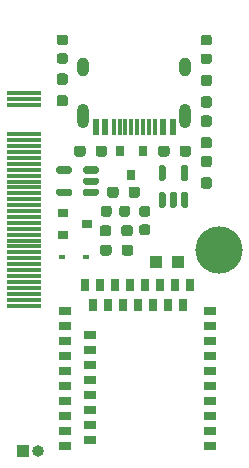
<source format=gbr>
%TF.GenerationSoftware,KiCad,Pcbnew,(5.1.8-0-10_14)*%
%TF.CreationDate,2020-11-22T12:38:21-07:00*%
%TF.ProjectId,Ellow,456c6c6f-772e-46b6-9963-61645f706362,rev?*%
%TF.SameCoordinates,Original*%
%TF.FileFunction,Copper,L1,Top*%
%TF.FilePolarity,Positive*%
%FSLAX46Y46*%
G04 Gerber Fmt 4.6, Leading zero omitted, Abs format (unit mm)*
G04 Created by KiCad (PCBNEW (5.1.8-0-10_14)) date 2020-11-22 12:38:21*
%MOMM*%
%LPD*%
G01*
G04 APERTURE LIST*
%TA.AperFunction,ComponentPad*%
%ADD10O,1.000000X1.000000*%
%TD*%
%TA.AperFunction,ComponentPad*%
%ADD11R,1.000000X1.000000*%
%TD*%
%TA.AperFunction,SMDPad,CuDef*%
%ADD12R,0.800000X0.900000*%
%TD*%
%TA.AperFunction,SMDPad,CuDef*%
%ADD13R,0.900000X0.800000*%
%TD*%
%TA.AperFunction,SMDPad,CuDef*%
%ADD14R,0.600000X0.450000*%
%TD*%
%TA.AperFunction,WasherPad*%
%ADD15C,4.000000*%
%TD*%
%TA.AperFunction,SMDPad,CuDef*%
%ADD16R,1.050000X1.100000*%
%TD*%
%TA.AperFunction,SMDPad,CuDef*%
%ADD17R,3.000000X0.330000*%
%TD*%
%TA.AperFunction,ComponentPad*%
%ADD18R,1.000000X0.650000*%
%TD*%
%TA.AperFunction,SMDPad,CuDef*%
%ADD19R,1.000000X0.650000*%
%TD*%
%TA.AperFunction,SMDPad,CuDef*%
%ADD20R,0.650000X1.000000*%
%TD*%
%TA.AperFunction,ComponentPad*%
%ADD21R,0.650000X1.000000*%
%TD*%
%TA.AperFunction,SMDPad,CuDef*%
%ADD22R,0.600000X1.450000*%
%TD*%
%TA.AperFunction,SMDPad,CuDef*%
%ADD23R,0.300000X1.450000*%
%TD*%
%TA.AperFunction,ComponentPad*%
%ADD24O,1.000000X2.100000*%
%TD*%
%TA.AperFunction,ComponentPad*%
%ADD25O,1.000000X1.600000*%
%TD*%
G04 APERTURE END LIST*
D10*
%TO.P,J3,2*%
%TO.N,GND*%
X227760000Y-124205000D03*
D11*
%TO.P,J3,1*%
%TO.N,VBAT*%
X226490000Y-124205000D03*
%TD*%
%TO.P,U3,5*%
%TO.N,Net-(R8-Pad1)*%
%TA.AperFunction,SMDPad,CuDef*%
G36*
G01*
X230615000Y-102165000D02*
X230615000Y-102465000D01*
G75*
G02*
X230465000Y-102615000I-150000J0D01*
G01*
X229440000Y-102615000D01*
G75*
G02*
X229290000Y-102465000I0J150000D01*
G01*
X229290000Y-102165000D01*
G75*
G02*
X229440000Y-102015000I150000J0D01*
G01*
X230465000Y-102015000D01*
G75*
G02*
X230615000Y-102165000I0J-150000D01*
G01*
G37*
%TD.AperFunction*%
%TO.P,U3,4*%
%TO.N,Net-(D2-Pad2)*%
%TA.AperFunction,SMDPad,CuDef*%
G36*
G01*
X230615000Y-100265000D02*
X230615000Y-100565000D01*
G75*
G02*
X230465000Y-100715000I-150000J0D01*
G01*
X229440000Y-100715000D01*
G75*
G02*
X229290000Y-100565000I0J150000D01*
G01*
X229290000Y-100265000D01*
G75*
G02*
X229440000Y-100115000I150000J0D01*
G01*
X230465000Y-100115000D01*
G75*
G02*
X230615000Y-100265000I0J-150000D01*
G01*
G37*
%TD.AperFunction*%
%TO.P,U3,3*%
%TO.N,VBAT*%
%TA.AperFunction,SMDPad,CuDef*%
G36*
G01*
X232890000Y-100265000D02*
X232890000Y-100565000D01*
G75*
G02*
X232740000Y-100715000I-150000J0D01*
G01*
X231715000Y-100715000D01*
G75*
G02*
X231565000Y-100565000I0J150000D01*
G01*
X231565000Y-100265000D01*
G75*
G02*
X231715000Y-100115000I150000J0D01*
G01*
X232740000Y-100115000D01*
G75*
G02*
X232890000Y-100265000I0J-150000D01*
G01*
G37*
%TD.AperFunction*%
%TO.P,U3,2*%
%TO.N,GND*%
%TA.AperFunction,SMDPad,CuDef*%
G36*
G01*
X232890000Y-101215000D02*
X232890000Y-101515000D01*
G75*
G02*
X232740000Y-101665000I-150000J0D01*
G01*
X231715000Y-101665000D01*
G75*
G02*
X231565000Y-101515000I0J150000D01*
G01*
X231565000Y-101215000D01*
G75*
G02*
X231715000Y-101065000I150000J0D01*
G01*
X232740000Y-101065000D01*
G75*
G02*
X232890000Y-101215000I0J-150000D01*
G01*
G37*
%TD.AperFunction*%
%TO.P,U3,1*%
%TO.N,Net-(R6-Pad2)*%
%TA.AperFunction,SMDPad,CuDef*%
G36*
G01*
X232890000Y-102165000D02*
X232890000Y-102465000D01*
G75*
G02*
X232740000Y-102615000I-150000J0D01*
G01*
X231715000Y-102615000D01*
G75*
G02*
X231565000Y-102465000I0J150000D01*
G01*
X231565000Y-102165000D01*
G75*
G02*
X231715000Y-102015000I150000J0D01*
G01*
X232740000Y-102015000D01*
G75*
G02*
X232890000Y-102165000I0J-150000D01*
G01*
G37*
%TD.AperFunction*%
%TD*%
D12*
%TO.P,Q2,3*%
%TO.N,EXT_VCC*%
X235648000Y-100805000D03*
%TO.P,Q2,2*%
%TO.N,VDD_H*%
X234698000Y-98805000D03*
%TO.P,Q2,1*%
%TO.N,EXT_VCC_CONTROL*%
X236598000Y-98805000D03*
%TD*%
D13*
%TO.P,Q1,3*%
%TO.N,VBAT*%
X231890000Y-105005000D03*
%TO.P,Q1,2*%
%TO.N,Net-(C1-Pad1)*%
X229890000Y-105955000D03*
%TO.P,Q1,1*%
%TO.N,VBUS*%
X229890000Y-104055000D03*
%TD*%
D14*
%TO.P,D1,2*%
%TO.N,VBUS*%
X231840000Y-107805000D03*
%TO.P,D1,1*%
%TO.N,Net-(C1-Pad1)*%
X229740000Y-107805000D03*
%TD*%
%TO.P,C2,2*%
%TO.N,GND*%
%TA.AperFunction,SMDPad,CuDef*%
G36*
G01*
X233977000Y-103663000D02*
X233977000Y-104163000D01*
G75*
G02*
X233752000Y-104388000I-225000J0D01*
G01*
X233302000Y-104388000D01*
G75*
G02*
X233077000Y-104163000I0J225000D01*
G01*
X233077000Y-103663000D01*
G75*
G02*
X233302000Y-103438000I225000J0D01*
G01*
X233752000Y-103438000D01*
G75*
G02*
X233977000Y-103663000I0J-225000D01*
G01*
G37*
%TD.AperFunction*%
%TO.P,C2,1*%
%TO.N,VBAT*%
%TA.AperFunction,SMDPad,CuDef*%
G36*
G01*
X235527000Y-103663000D02*
X235527000Y-104163000D01*
G75*
G02*
X235302000Y-104388000I-225000J0D01*
G01*
X234852000Y-104388000D01*
G75*
G02*
X234627000Y-104163000I0J225000D01*
G01*
X234627000Y-103663000D01*
G75*
G02*
X234852000Y-103438000I225000J0D01*
G01*
X235302000Y-103438000D01*
G75*
G02*
X235527000Y-103663000I0J-225000D01*
G01*
G37*
%TD.AperFunction*%
%TD*%
%TO.P,C1,2*%
%TO.N,GND*%
%TA.AperFunction,SMDPad,CuDef*%
G36*
G01*
X236540000Y-105030000D02*
X237040000Y-105030000D01*
G75*
G02*
X237265000Y-105255000I0J-225000D01*
G01*
X237265000Y-105705000D01*
G75*
G02*
X237040000Y-105930000I-225000J0D01*
G01*
X236540000Y-105930000D01*
G75*
G02*
X236315000Y-105705000I0J225000D01*
G01*
X236315000Y-105255000D01*
G75*
G02*
X236540000Y-105030000I225000J0D01*
G01*
G37*
%TD.AperFunction*%
%TO.P,C1,1*%
%TO.N,Net-(C1-Pad1)*%
%TA.AperFunction,SMDPad,CuDef*%
G36*
G01*
X236540000Y-103480000D02*
X237040000Y-103480000D01*
G75*
G02*
X237265000Y-103705000I0J-225000D01*
G01*
X237265000Y-104155000D01*
G75*
G02*
X237040000Y-104380000I-225000J0D01*
G01*
X236540000Y-104380000D01*
G75*
G02*
X236315000Y-104155000I0J225000D01*
G01*
X236315000Y-103705000D01*
G75*
G02*
X236540000Y-103480000I225000J0D01*
G01*
G37*
%TD.AperFunction*%
%TD*%
D15*
%TO.P,H1,*%
%TO.N,*%
X243090000Y-107205000D03*
%TD*%
%TO.P,R9,2*%
%TO.N,GND*%
%TA.AperFunction,SMDPad,CuDef*%
G36*
G01*
X229568500Y-94066500D02*
X230043500Y-94066500D01*
G75*
G02*
X230281000Y-94304000I0J-237500D01*
G01*
X230281000Y-94804000D01*
G75*
G02*
X230043500Y-95041500I-237500J0D01*
G01*
X229568500Y-95041500D01*
G75*
G02*
X229331000Y-94804000I0J237500D01*
G01*
X229331000Y-94304000D01*
G75*
G02*
X229568500Y-94066500I237500J0D01*
G01*
G37*
%TD.AperFunction*%
%TO.P,R9,1*%
%TO.N,Net-(D3-Pad1)*%
%TA.AperFunction,SMDPad,CuDef*%
G36*
G01*
X229568500Y-92241500D02*
X230043500Y-92241500D01*
G75*
G02*
X230281000Y-92479000I0J-237500D01*
G01*
X230281000Y-92979000D01*
G75*
G02*
X230043500Y-93216500I-237500J0D01*
G01*
X229568500Y-93216500D01*
G75*
G02*
X229331000Y-92979000I0J237500D01*
G01*
X229331000Y-92479000D01*
G75*
G02*
X229568500Y-92241500I237500J0D01*
G01*
G37*
%TD.AperFunction*%
%TD*%
%TO.P,D3,2*%
%TO.N,Net-(D3-Pad2)*%
%TA.AperFunction,SMDPad,CuDef*%
G36*
G01*
X230062250Y-89839000D02*
X229549750Y-89839000D01*
G75*
G02*
X229331000Y-89620250I0J218750D01*
G01*
X229331000Y-89182750D01*
G75*
G02*
X229549750Y-88964000I218750J0D01*
G01*
X230062250Y-88964000D01*
G75*
G02*
X230281000Y-89182750I0J-218750D01*
G01*
X230281000Y-89620250D01*
G75*
G02*
X230062250Y-89839000I-218750J0D01*
G01*
G37*
%TD.AperFunction*%
%TO.P,D3,1*%
%TO.N,Net-(D3-Pad1)*%
%TA.AperFunction,SMDPad,CuDef*%
G36*
G01*
X230062250Y-91414000D02*
X229549750Y-91414000D01*
G75*
G02*
X229331000Y-91195250I0J218750D01*
G01*
X229331000Y-90757750D01*
G75*
G02*
X229549750Y-90539000I218750J0D01*
G01*
X230062250Y-90539000D01*
G75*
G02*
X230281000Y-90757750I0J-218750D01*
G01*
X230281000Y-91195250D01*
G75*
G02*
X230062250Y-91414000I-218750J0D01*
G01*
G37*
%TD.AperFunction*%
%TD*%
D16*
%TO.P,Y1,2*%
%TO.N,Net-(U2-Pad11)*%
X239615000Y-108205000D03*
%TO.P,Y1,1*%
%TO.N,Net-(U2-Pad13)*%
X237765000Y-108205000D03*
%TD*%
D17*
%TO.P,J2,2*%
%TO.N,N/C*%
X226531102Y-93893757D03*
%TO.P,J2,4*%
X226531102Y-94393757D03*
%TO.P,J2,6*%
X226531102Y-94893757D03*
%TO.P,J2,66*%
X226531102Y-109889000D03*
%TO.P,J2,60*%
X226531102Y-108393757D03*
%TO.P,J2,62*%
X226531102Y-108893757D03*
%TO.P,J2,64*%
X226531102Y-109393757D03*
%TO.P,J2,16*%
X226531102Y-97393757D03*
%TO.P,J2,18*%
X226531102Y-97893757D03*
%TO.P,J2,20*%
X226531102Y-98393757D03*
%TO.P,J2,22*%
X226531102Y-98893757D03*
%TO.P,J2,24*%
X226531102Y-99393757D03*
%TO.P,J2,26*%
X226531102Y-99893757D03*
%TO.P,J2,28*%
X226531102Y-100393757D03*
%TO.P,J2,30*%
X226531102Y-100893757D03*
%TO.P,J2,32*%
X226531102Y-101393757D03*
%TO.P,J2,34*%
X226531102Y-101893757D03*
%TO.P,J2,36*%
X226531102Y-102393757D03*
%TO.P,J2,38*%
X226531102Y-102893757D03*
%TO.P,J2,40*%
X226531102Y-103393757D03*
%TO.P,J2,42*%
X226531102Y-103893757D03*
%TO.P,J2,44*%
X226531102Y-104393757D03*
%TO.P,J2,46*%
X226531102Y-104893757D03*
%TO.P,J2,48*%
X226531102Y-105393757D03*
%TO.P,J2,50*%
X226531102Y-105893757D03*
%TO.P,J2,52*%
X226531102Y-106393757D03*
%TO.P,J2,54*%
X226531102Y-106893757D03*
%TO.P,J2,56*%
X226531102Y-107393757D03*
%TO.P,J2,58*%
X226531102Y-107893757D03*
%TO.P,J2,68*%
X226531102Y-110393757D03*
%TO.P,J2,70*%
X226531102Y-110893757D03*
%TO.P,J2,72*%
X226531102Y-111393757D03*
%TO.P,J2,74*%
X226531102Y-111893757D03*
%TD*%
%TO.P,D2,2*%
%TO.N,Net-(D2-Pad2)*%
%TA.AperFunction,SMDPad,CuDef*%
G36*
G01*
X242254250Y-89864500D02*
X241741750Y-89864500D01*
G75*
G02*
X241523000Y-89645750I0J218750D01*
G01*
X241523000Y-89208250D01*
G75*
G02*
X241741750Y-88989500I218750J0D01*
G01*
X242254250Y-88989500D01*
G75*
G02*
X242473000Y-89208250I0J-218750D01*
G01*
X242473000Y-89645750D01*
G75*
G02*
X242254250Y-89864500I-218750J0D01*
G01*
G37*
%TD.AperFunction*%
%TO.P,D2,1*%
%TO.N,Net-(D2-Pad1)*%
%TA.AperFunction,SMDPad,CuDef*%
G36*
G01*
X242254250Y-91439500D02*
X241741750Y-91439500D01*
G75*
G02*
X241523000Y-91220750I0J218750D01*
G01*
X241523000Y-90783250D01*
G75*
G02*
X241741750Y-90564500I218750J0D01*
G01*
X242254250Y-90564500D01*
G75*
G02*
X242473000Y-90783250I0J-218750D01*
G01*
X242473000Y-91220750D01*
G75*
G02*
X242254250Y-91439500I-218750J0D01*
G01*
G37*
%TD.AperFunction*%
%TD*%
%TO.P,R7,2*%
%TO.N,GND*%
%TA.AperFunction,SMDPad,CuDef*%
G36*
G01*
X233977500Y-106967500D02*
X233977500Y-107442500D01*
G75*
G02*
X233740000Y-107680000I-237500J0D01*
G01*
X233240000Y-107680000D01*
G75*
G02*
X233002500Y-107442500I0J237500D01*
G01*
X233002500Y-106967500D01*
G75*
G02*
X233240000Y-106730000I237500J0D01*
G01*
X233740000Y-106730000D01*
G75*
G02*
X233977500Y-106967500I0J-237500D01*
G01*
G37*
%TD.AperFunction*%
%TO.P,R7,1*%
%TO.N,EXT_VCC_CONTROL*%
%TA.AperFunction,SMDPad,CuDef*%
G36*
G01*
X235802500Y-106967500D02*
X235802500Y-107442500D01*
G75*
G02*
X235565000Y-107680000I-237500J0D01*
G01*
X235065000Y-107680000D01*
G75*
G02*
X234827500Y-107442500I0J237500D01*
G01*
X234827500Y-106967500D01*
G75*
G02*
X235065000Y-106730000I237500J0D01*
G01*
X235565000Y-106730000D01*
G75*
G02*
X235802500Y-106967500I0J-237500D01*
G01*
G37*
%TD.AperFunction*%
%TD*%
%TO.P,R6,2*%
%TO.N,Net-(R6-Pad2)*%
%TA.AperFunction,SMDPad,CuDef*%
G36*
G01*
X241760500Y-94170000D02*
X242235500Y-94170000D01*
G75*
G02*
X242473000Y-94407500I0J-237500D01*
G01*
X242473000Y-94907500D01*
G75*
G02*
X242235500Y-95145000I-237500J0D01*
G01*
X241760500Y-95145000D01*
G75*
G02*
X241523000Y-94907500I0J237500D01*
G01*
X241523000Y-94407500D01*
G75*
G02*
X241760500Y-94170000I237500J0D01*
G01*
G37*
%TD.AperFunction*%
%TO.P,R6,1*%
%TO.N,Net-(D2-Pad1)*%
%TA.AperFunction,SMDPad,CuDef*%
G36*
G01*
X241760500Y-92345000D02*
X242235500Y-92345000D01*
G75*
G02*
X242473000Y-92582500I0J-237500D01*
G01*
X242473000Y-93082500D01*
G75*
G02*
X242235500Y-93320000I-237500J0D01*
G01*
X241760500Y-93320000D01*
G75*
G02*
X241523000Y-93082500I0J237500D01*
G01*
X241523000Y-92582500D01*
G75*
G02*
X241760500Y-92345000I237500J0D01*
G01*
G37*
%TD.AperFunction*%
%TD*%
%TO.P,R5,2*%
%TO.N,GND*%
%TA.AperFunction,SMDPad,CuDef*%
G36*
G01*
X235415000Y-102542500D02*
X235415000Y-102067500D01*
G75*
G02*
X235652500Y-101830000I237500J0D01*
G01*
X236152500Y-101830000D01*
G75*
G02*
X236390000Y-102067500I0J-237500D01*
G01*
X236390000Y-102542500D01*
G75*
G02*
X236152500Y-102780000I-237500J0D01*
G01*
X235652500Y-102780000D01*
G75*
G02*
X235415000Y-102542500I0J237500D01*
G01*
G37*
%TD.AperFunction*%
%TO.P,R5,1*%
%TO.N,BATTERY_MEASURE*%
%TA.AperFunction,SMDPad,CuDef*%
G36*
G01*
X233590000Y-102542500D02*
X233590000Y-102067500D01*
G75*
G02*
X233827500Y-101830000I237500J0D01*
G01*
X234327500Y-101830000D01*
G75*
G02*
X234565000Y-102067500I0J-237500D01*
G01*
X234565000Y-102542500D01*
G75*
G02*
X234327500Y-102780000I-237500J0D01*
G01*
X233827500Y-102780000D01*
G75*
G02*
X233590000Y-102542500I0J237500D01*
G01*
G37*
%TD.AperFunction*%
%TD*%
%TO.P,R4,2*%
%TO.N,BATTERY_MEASURE*%
%TA.AperFunction,SMDPad,CuDef*%
G36*
G01*
X233941000Y-105326500D02*
X233941000Y-105801500D01*
G75*
G02*
X233703500Y-106039000I-237500J0D01*
G01*
X233203500Y-106039000D01*
G75*
G02*
X232966000Y-105801500I0J237500D01*
G01*
X232966000Y-105326500D01*
G75*
G02*
X233203500Y-105089000I237500J0D01*
G01*
X233703500Y-105089000D01*
G75*
G02*
X233941000Y-105326500I0J-237500D01*
G01*
G37*
%TD.AperFunction*%
%TO.P,R4,1*%
%TO.N,VBAT*%
%TA.AperFunction,SMDPad,CuDef*%
G36*
G01*
X235766000Y-105326500D02*
X235766000Y-105801500D01*
G75*
G02*
X235528500Y-106039000I-237500J0D01*
G01*
X235028500Y-106039000D01*
G75*
G02*
X234791000Y-105801500I0J237500D01*
G01*
X234791000Y-105326500D01*
G75*
G02*
X235028500Y-105089000I237500J0D01*
G01*
X235528500Y-105089000D01*
G75*
G02*
X235766000Y-105326500I0J-237500D01*
G01*
G37*
%TD.AperFunction*%
%TD*%
%TO.P,R3,2*%
%TO.N,GND*%
%TA.AperFunction,SMDPad,CuDef*%
G36*
G01*
X231770500Y-98587500D02*
X231770500Y-99062500D01*
G75*
G02*
X231533000Y-99300000I-237500J0D01*
G01*
X231033000Y-99300000D01*
G75*
G02*
X230795500Y-99062500I0J237500D01*
G01*
X230795500Y-98587500D01*
G75*
G02*
X231033000Y-98350000I237500J0D01*
G01*
X231533000Y-98350000D01*
G75*
G02*
X231770500Y-98587500I0J-237500D01*
G01*
G37*
%TD.AperFunction*%
%TO.P,R3,1*%
%TO.N,Net-(J1-PadB5)*%
%TA.AperFunction,SMDPad,CuDef*%
G36*
G01*
X233595500Y-98587500D02*
X233595500Y-99062500D01*
G75*
G02*
X233358000Y-99300000I-237500J0D01*
G01*
X232858000Y-99300000D01*
G75*
G02*
X232620500Y-99062500I0J237500D01*
G01*
X232620500Y-98587500D01*
G75*
G02*
X232858000Y-98350000I237500J0D01*
G01*
X233358000Y-98350000D01*
G75*
G02*
X233595500Y-98587500I0J-237500D01*
G01*
G37*
%TD.AperFunction*%
%TD*%
%TO.P,R2,2*%
%TO.N,GND*%
%TA.AperFunction,SMDPad,CuDef*%
G36*
G01*
X239732500Y-99062500D02*
X239732500Y-98587500D01*
G75*
G02*
X239970000Y-98350000I237500J0D01*
G01*
X240470000Y-98350000D01*
G75*
G02*
X240707500Y-98587500I0J-237500D01*
G01*
X240707500Y-99062500D01*
G75*
G02*
X240470000Y-99300000I-237500J0D01*
G01*
X239970000Y-99300000D01*
G75*
G02*
X239732500Y-99062500I0J237500D01*
G01*
G37*
%TD.AperFunction*%
%TO.P,R2,1*%
%TO.N,Net-(J1-PadA5)*%
%TA.AperFunction,SMDPad,CuDef*%
G36*
G01*
X237907500Y-99062500D02*
X237907500Y-98587500D01*
G75*
G02*
X238145000Y-98350000I237500J0D01*
G01*
X238645000Y-98350000D01*
G75*
G02*
X238882500Y-98587500I0J-237500D01*
G01*
X238882500Y-99062500D01*
G75*
G02*
X238645000Y-99300000I-237500J0D01*
G01*
X238145000Y-99300000D01*
G75*
G02*
X237907500Y-99062500I0J237500D01*
G01*
G37*
%TD.AperFunction*%
%TD*%
%TO.P,R1,2*%
%TO.N,GND*%
%TA.AperFunction,SMDPad,CuDef*%
G36*
G01*
X242235500Y-96772500D02*
X241760500Y-96772500D01*
G75*
G02*
X241523000Y-96535000I0J237500D01*
G01*
X241523000Y-96035000D01*
G75*
G02*
X241760500Y-95797500I237500J0D01*
G01*
X242235500Y-95797500D01*
G75*
G02*
X242473000Y-96035000I0J-237500D01*
G01*
X242473000Y-96535000D01*
G75*
G02*
X242235500Y-96772500I-237500J0D01*
G01*
G37*
%TD.AperFunction*%
%TO.P,R1,1*%
%TO.N,VBUS*%
%TA.AperFunction,SMDPad,CuDef*%
G36*
G01*
X242235500Y-98597500D02*
X241760500Y-98597500D01*
G75*
G02*
X241523000Y-98360000I0J237500D01*
G01*
X241523000Y-97860000D01*
G75*
G02*
X241760500Y-97622500I237500J0D01*
G01*
X242235500Y-97622500D01*
G75*
G02*
X242473000Y-97860000I0J-237500D01*
G01*
X242473000Y-98360000D01*
G75*
G02*
X242235500Y-98597500I-237500J0D01*
G01*
G37*
%TD.AperFunction*%
%TD*%
%TO.P,U1,5*%
%TO.N,VDD_H*%
%TA.AperFunction,SMDPad,CuDef*%
G36*
G01*
X238404000Y-101334000D02*
X238104000Y-101334000D01*
G75*
G02*
X237954000Y-101184000I0J150000D01*
G01*
X237954000Y-100159000D01*
G75*
G02*
X238104000Y-100009000I150000J0D01*
G01*
X238404000Y-100009000D01*
G75*
G02*
X238554000Y-100159000I0J-150000D01*
G01*
X238554000Y-101184000D01*
G75*
G02*
X238404000Y-101334000I-150000J0D01*
G01*
G37*
%TD.AperFunction*%
%TO.P,U1,4*%
%TO.N,Net-(U1-Pad4)*%
%TA.AperFunction,SMDPad,CuDef*%
G36*
G01*
X240304000Y-101334000D02*
X240004000Y-101334000D01*
G75*
G02*
X239854000Y-101184000I0J150000D01*
G01*
X239854000Y-100159000D01*
G75*
G02*
X240004000Y-100009000I150000J0D01*
G01*
X240304000Y-100009000D01*
G75*
G02*
X240454000Y-100159000I0J-150000D01*
G01*
X240454000Y-101184000D01*
G75*
G02*
X240304000Y-101334000I-150000J0D01*
G01*
G37*
%TD.AperFunction*%
%TO.P,U1,3*%
%TO.N,Net-(C1-Pad1)*%
%TA.AperFunction,SMDPad,CuDef*%
G36*
G01*
X240304000Y-103609000D02*
X240004000Y-103609000D01*
G75*
G02*
X239854000Y-103459000I0J150000D01*
G01*
X239854000Y-102434000D01*
G75*
G02*
X240004000Y-102284000I150000J0D01*
G01*
X240304000Y-102284000D01*
G75*
G02*
X240454000Y-102434000I0J-150000D01*
G01*
X240454000Y-103459000D01*
G75*
G02*
X240304000Y-103609000I-150000J0D01*
G01*
G37*
%TD.AperFunction*%
%TO.P,U1,2*%
%TO.N,GND*%
%TA.AperFunction,SMDPad,CuDef*%
G36*
G01*
X239354000Y-103609000D02*
X239054000Y-103609000D01*
G75*
G02*
X238904000Y-103459000I0J150000D01*
G01*
X238904000Y-102434000D01*
G75*
G02*
X239054000Y-102284000I150000J0D01*
G01*
X239354000Y-102284000D01*
G75*
G02*
X239504000Y-102434000I0J-150000D01*
G01*
X239504000Y-103459000D01*
G75*
G02*
X239354000Y-103609000I-150000J0D01*
G01*
G37*
%TD.AperFunction*%
%TO.P,U1,1*%
%TO.N,Net-(C1-Pad1)*%
%TA.AperFunction,SMDPad,CuDef*%
G36*
G01*
X238404000Y-103609000D02*
X238104000Y-103609000D01*
G75*
G02*
X237954000Y-103459000I0J150000D01*
G01*
X237954000Y-102434000D01*
G75*
G02*
X238104000Y-102284000I150000J0D01*
G01*
X238404000Y-102284000D01*
G75*
G02*
X238554000Y-102434000I0J-150000D01*
G01*
X238554000Y-103459000D01*
G75*
G02*
X238404000Y-103609000I-150000J0D01*
G01*
G37*
%TD.AperFunction*%
%TD*%
%TO.P,R8,2*%
%TO.N,GND*%
%TA.AperFunction,SMDPad,CuDef*%
G36*
G01*
X241760500Y-101028000D02*
X242235500Y-101028000D01*
G75*
G02*
X242473000Y-101265500I0J-237500D01*
G01*
X242473000Y-101765500D01*
G75*
G02*
X242235500Y-102003000I-237500J0D01*
G01*
X241760500Y-102003000D01*
G75*
G02*
X241523000Y-101765500I0J237500D01*
G01*
X241523000Y-101265500D01*
G75*
G02*
X241760500Y-101028000I237500J0D01*
G01*
G37*
%TD.AperFunction*%
%TO.P,R8,1*%
%TO.N,Net-(R8-Pad1)*%
%TA.AperFunction,SMDPad,CuDef*%
G36*
G01*
X241760500Y-99203000D02*
X242235500Y-99203000D01*
G75*
G02*
X242473000Y-99440500I0J-237500D01*
G01*
X242473000Y-99940500D01*
G75*
G02*
X242235500Y-100178000I-237500J0D01*
G01*
X241760500Y-100178000D01*
G75*
G02*
X241523000Y-99940500I0J237500D01*
G01*
X241523000Y-99440500D01*
G75*
G02*
X241760500Y-99203000I237500J0D01*
G01*
G37*
%TD.AperFunction*%
%TD*%
D18*
%TO.P,U2,28*%
%TO.N,Net-(U2-Pad28)*%
X232115000Y-114379000D03*
D19*
%TO.P,U2,10*%
%TO.N,Net-(U2-Pad10)*%
X242275000Y-112347000D03*
%TO.P,U2,9*%
%TO.N,Net-(U2-Pad9)*%
X242275000Y-113617000D03*
%TO.P,U2,8*%
%TO.N,Net-(U2-Pad8)*%
X242275000Y-114887000D03*
%TO.P,U2,7*%
%TO.N,Net-(U2-Pad7)*%
X242275000Y-116157000D03*
%TO.P,U2,6*%
%TO.N,Net-(U2-Pad6)*%
X242275000Y-117427000D03*
%TO.P,U2,5*%
%TO.N,GND*%
X242275000Y-118697000D03*
%TO.P,U2,4*%
%TO.N,Net-(U2-Pad4)*%
X242275000Y-119967000D03*
%TO.P,U2,3*%
%TO.N,Net-(U2-Pad3)*%
X242275000Y-121237000D03*
%TO.P,U2,2*%
%TO.N,Net-(D3-Pad2)*%
X242275000Y-122507000D03*
%TO.P,U2,1*%
%TO.N,Net-(U2-Pad1)*%
X242275000Y-123777000D03*
%TO.P,U2,31*%
%TO.N,DATA+*%
X230037000Y-116157000D03*
%TO.P,U2,43*%
%TO.N,Net-(U2-Pad43)*%
X230037000Y-123777000D03*
%TO.P,U2,33*%
%TO.N,Net-(U2-Pad33)*%
X230037000Y-117427000D03*
%TO.P,U2,41*%
%TO.N,Net-(U2-Pad41)*%
X230037000Y-122507000D03*
%TO.P,U2,39*%
%TO.N,SWC*%
X230037000Y-121237000D03*
%TO.P,U2,37*%
%TO.N,SWD*%
X230037000Y-119967000D03*
%TO.P,U2,29*%
%TO.N,DATA-*%
X230037000Y-114887000D03*
%TO.P,U2,35*%
%TO.N,Net-(U2-Pad35)*%
X230037000Y-118697000D03*
%TO.P,U2,27*%
%TO.N,VBUS*%
X230037000Y-113617000D03*
%TO.P,U2,26*%
%TO.N,RESET*%
X230037000Y-112347000D03*
D20*
%TO.P,U2,23*%
%TO.N,VDD_H*%
X233006000Y-110128000D03*
%TO.P,U2,11*%
%TO.N,Net-(U2-Pad11)*%
X240626000Y-110128000D03*
%TO.P,U2,21*%
%TO.N,GND*%
X234276000Y-110128000D03*
%TO.P,U2,13*%
%TO.N,Net-(U2-Pad13)*%
X239356000Y-110128000D03*
%TO.P,U2,15*%
%TO.N,PROG*%
X238086000Y-110128000D03*
%TO.P,U2,17*%
%TO.N,EXT_VCC_CONTROL*%
X236816000Y-110128000D03*
%TO.P,U2,25*%
%TO.N,DCCH*%
X231736000Y-110128000D03*
%TO.P,U2,19*%
%TO.N,VDD_H*%
X235546000Y-110128000D03*
D18*
%TO.P,U2,30*%
%TO.N,Net-(U2-Pad30)*%
X232115000Y-115649000D03*
%TO.P,U2,32*%
%TO.N,Net-(U2-Pad32)*%
X232115000Y-116919000D03*
%TO.P,U2,34*%
%TO.N,Net-(U2-Pad34)*%
X232115000Y-118189000D03*
%TO.P,U2,36*%
%TO.N,Net-(U2-Pad36)*%
X232115000Y-119459000D03*
%TO.P,U2,38*%
%TO.N,Net-(U2-Pad38)*%
X232115000Y-120729000D03*
%TO.P,U2,40*%
%TO.N,Net-(U2-Pad40)*%
X232115000Y-121999000D03*
%TO.P,U2,42*%
%TO.N,Net-(U2-Pad42)*%
X232115000Y-123269000D03*
D21*
%TO.P,U2,14*%
%TO.N,Net-(U2-Pad14)*%
X238719000Y-111839000D03*
%TO.P,U2,12*%
%TO.N,Net-(U2-Pad12)*%
X239989000Y-111839000D03*
%TO.P,U2,20*%
%TO.N,Net-(U2-Pad20)*%
X234909000Y-111839000D03*
%TO.P,U2,16*%
%TO.N,Net-(U2-Pad16)*%
X237449000Y-111839000D03*
%TO.P,U2,22*%
%TO.N,Net-(U2-Pad22)*%
X233639000Y-111839000D03*
%TO.P,U2,24*%
%TO.N,GND*%
X232369000Y-111839000D03*
%TO.P,U2,18*%
%TO.N,BATTERY_MEASURE*%
X236179000Y-111839000D03*
%TD*%
D22*
%TO.P,J1,B1*%
%TO.N,GND*%
X232652000Y-96774000D03*
%TO.P,J1,A9*%
%TO.N,VBUS*%
X233452000Y-96774000D03*
%TO.P,J1,B9*%
X238352000Y-96774000D03*
%TO.P,J1,B12*%
%TO.N,GND*%
X239152000Y-96774000D03*
%TO.P,J1,A1*%
X239152000Y-96774000D03*
%TO.P,J1,A4*%
%TO.N,VBUS*%
X238352000Y-96774000D03*
%TO.P,J1,B4*%
X233452000Y-96774000D03*
%TO.P,J1,A12*%
%TO.N,GND*%
X232652000Y-96774000D03*
D23*
%TO.P,J1,B8*%
%TO.N,Net-(J1-PadB8)*%
X237652000Y-96774000D03*
%TO.P,J1,A5*%
%TO.N,Net-(J1-PadA5)*%
X237152000Y-96774000D03*
%TO.P,J1,B7*%
%TO.N,DATA-*%
X236652000Y-96774000D03*
%TO.P,J1,A7*%
X235652000Y-96774000D03*
%TO.P,J1,B6*%
%TO.N,DATA+*%
X235152000Y-96774000D03*
%TO.P,J1,A8*%
%TO.N,Net-(J1-PadA8)*%
X234652000Y-96774000D03*
%TO.P,J1,B5*%
%TO.N,Net-(J1-PadB5)*%
X234152000Y-96774000D03*
%TO.P,J1,A6*%
%TO.N,DATA+*%
X236152000Y-96774000D03*
D24*
%TO.P,J1,S1*%
%TO.N,GND*%
X231582000Y-95859000D03*
X240222000Y-95859000D03*
D25*
X240222000Y-91679000D03*
X231582000Y-91679000D03*
%TD*%
M02*

</source>
